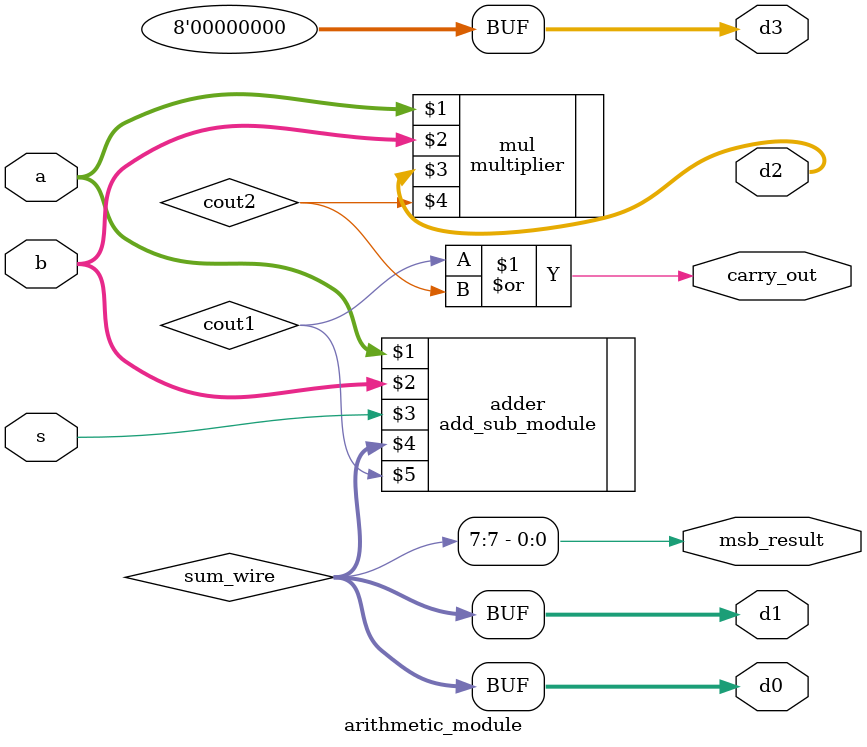
<source format=sv>
module arithmetic_module
	#(parameter N = 8)
	(input logic [N - 1 : 0] a, b, input s, output logic [N - 1 : 0] d0, d1, d2, d3, output carry_out, msb_result);
	
	logic [N - 1 : 0] sum_wire;
	logic cout1, cout2;
		
	add_sub_module #(N) adder(a, b, s, sum_wire, cout1);		
	
	assign msb_result = sum_wire[N - 1];	
	assign d0 = sum_wire;
	assign d1 = sum_wire;
		
	multiplier #(N) mul(a, b, d2, cout2);

	assign carry_out = cout1 | cout2;
	assign d3 = 'b0;
	
	
endmodule 
</source>
